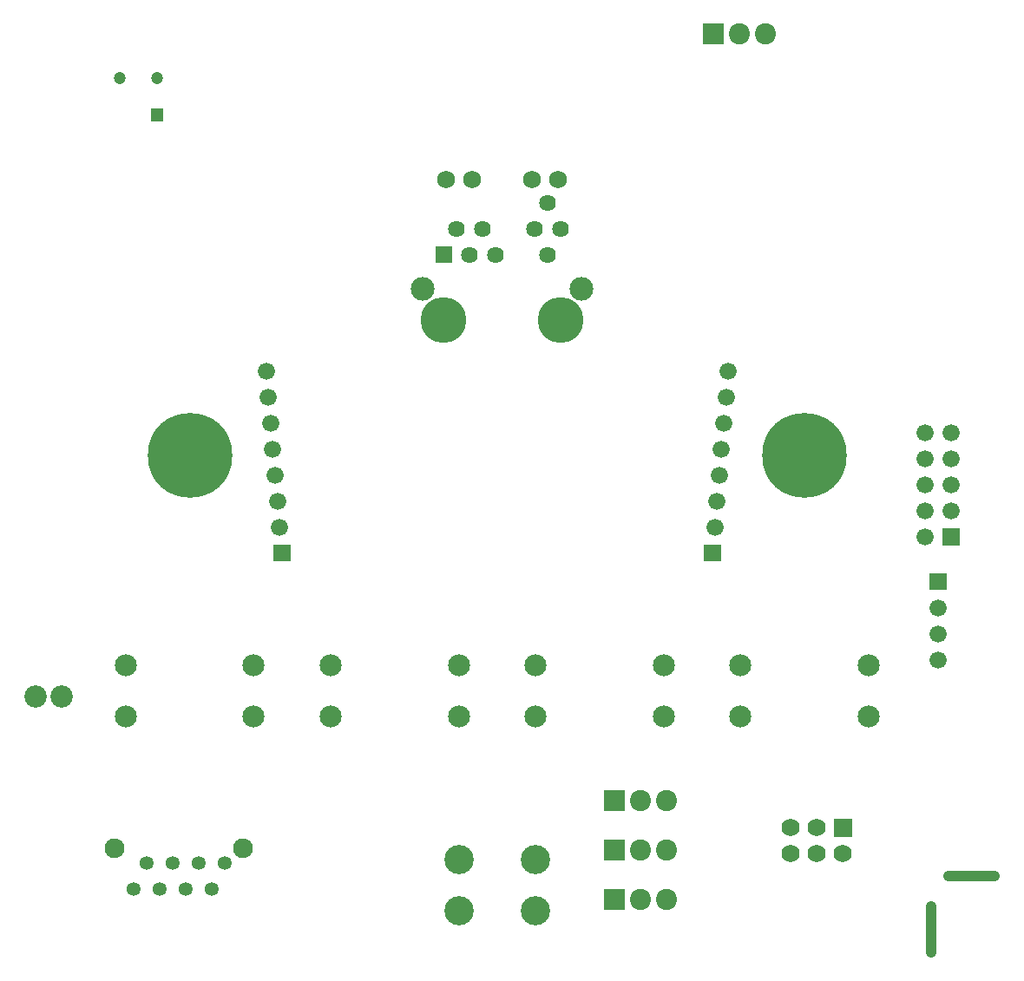
<source format=gbs>
G04 start of page 8 for group -4062 idx -4062 *
G04 Title: roomunit, soldermask *
G04 Creator: pcb 1.99z *
G04 CreationDate: mån  6 apr 2015 21:39:44 UTC *
G04 For: jonatan *
G04 Format: Gerber/RS-274X *
G04 PCB-Dimensions (mm): 100.00 100.00 *
G04 PCB-Coordinate-Origin: lower left *
%MOMM*%
%FSLAX43Y43*%
%LNBOTTOMMASK*%
%ADD149C,1.000*%
%ADD148C,0.752*%
%ADD147C,8.250*%
%ADD146C,2.311*%
%ADD145C,4.470*%
%ADD144C,1.753*%
%ADD143C,1.626*%
%ADD142C,1.202*%
%ADD141C,1.930*%
%ADD140C,1.352*%
%ADD139C,1.760*%
%ADD138C,2.850*%
%ADD137C,2.056*%
%ADD136C,1.676*%
%ADD135C,0.002*%
%ADD134C,2.184*%
%ADD133C,2.152*%
G54D133*X13750Y24500D03*
X26250D03*
Y29500D03*
X13750D03*
G54D134*X7500Y26500D03*
X4960D03*
G54D133*X33750Y29500D03*
G54D135*G36*
X28162Y41338D02*Y39662D01*
X29838D01*
Y41338D01*
X28162D01*
G37*
G54D136*X28779Y43030D03*
X28557Y45561D03*
X28336Y48091D03*
X28114Y50621D03*
X27893Y53152D03*
X27672Y55682D03*
X27450Y58212D03*
G54D133*X46250Y24500D03*
G54D135*G36*
X60432Y7728D02*Y5672D01*
X62488D01*
Y7728D01*
X60432D01*
G37*
G54D137*X64000Y6700D03*
X66540D03*
G54D138*X53750Y5550D03*
Y10550D03*
X46250Y5550D03*
Y10550D03*
G54D133*X73750Y24500D03*
X86250D03*
G54D135*G36*
X82860Y14550D02*Y12790D01*
X84620D01*
Y14550D01*
X82860D01*
G37*
G54D139*X81200Y13670D03*
X78660D03*
G54D135*G36*
X92162Y38538D02*Y36862D01*
X93838D01*
Y38538D01*
X92162D01*
G37*
G54D136*X93000Y35160D03*
Y32620D03*
Y30080D03*
G54D135*G36*
X93462Y42938D02*Y41262D01*
X95138D01*
Y42938D01*
X93462D01*
G37*
G54D136*X91760Y42100D03*
X94300Y44640D03*
Y47180D03*
Y49720D03*
Y52260D03*
X91760Y44640D03*
Y47180D03*
Y49720D03*
Y52260D03*
G54D139*X83740Y11130D03*
X81200D03*
X78660D03*
G54D133*X46250Y29500D03*
X66250D03*
X53750D03*
X86250D03*
X73750D03*
X53750Y24500D03*
X66250D03*
G54D135*G36*
X60432Y17328D02*Y15272D01*
X62488D01*
Y17328D01*
X60432D01*
G37*
G54D137*X64000Y16300D03*
X66540D03*
G54D135*G36*
X60432Y12528D02*Y10472D01*
X62488D01*
Y12528D01*
X60432D01*
G37*
G54D137*X64000Y11500D03*
X66540D03*
G54D133*X33750Y24500D03*
G54D140*X15780Y10200D03*
X18320D03*
X17050Y7660D03*
X20860Y10200D03*
X23400D03*
X19590Y7660D03*
X22130D03*
X14510D03*
G54D141*X12707Y11673D03*
X25203D03*
G54D142*X13188Y86852D03*
G54D135*G36*
X16179Y83861D02*Y82659D01*
X17381D01*
Y83861D01*
X16179D01*
G37*
G54D142*X16780Y86852D03*
G54D135*G36*
X43972Y70413D02*Y68787D01*
X45598D01*
Y70413D01*
X43972D01*
G37*
G54D143*X46055Y72140D03*
X47325Y69600D03*
X48595Y72140D03*
G54D144*X45039Y76966D03*
X47579D03*
G54D143*X49865Y69600D03*
X54945D03*
Y74680D03*
G54D144*X55961Y76966D03*
X53421D03*
G54D143*X53675Y72140D03*
X56215D03*
G54D145*X44785Y63250D03*
X56215D03*
G54D146*X42753Y66298D03*
X58247D03*
G54D135*G36*
X70032Y92228D02*Y90172D01*
X72088D01*
Y92228D01*
X70032D01*
G37*
G54D137*X73600Y91200D03*
X76140D03*
G54D135*G36*
X70162Y41338D02*Y39662D01*
X71838D01*
Y41338D01*
X70162D01*
G37*
G54D136*X71221Y43030D03*
X71443Y45561D03*
X71664Y48091D03*
X71886Y50621D03*
X72107Y53152D03*
X72328Y55682D03*
X72550Y58212D03*
G54D147*X80000Y50000D03*
X20000D03*
G54D148*X92300Y1500D03*
Y6000D03*
X94000Y9000D03*
X98500D03*
G54D149*X94000D02*X98500D01*
X92300Y6000D02*Y1500D01*
M02*

</source>
